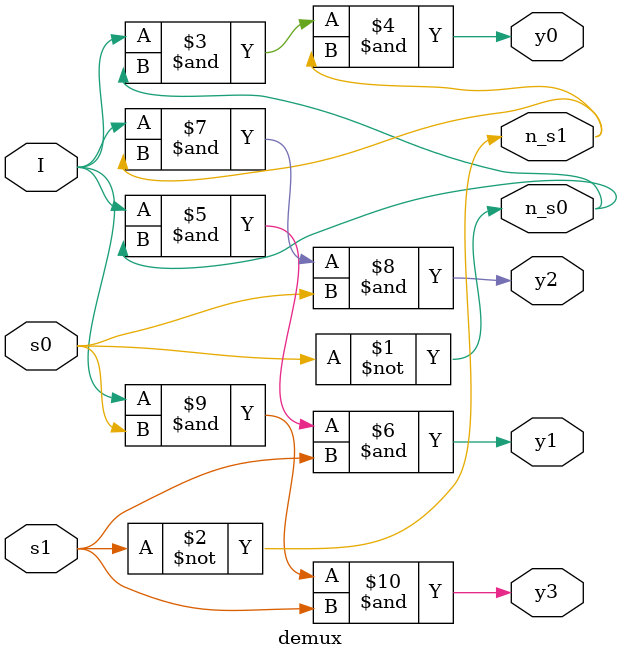
<source format=v>
`timescale 1ns / 1ps


module demux(I,y0,y1,y2,y3,s0,s1,n_s0,n_s1);

input I,s0,s1;
output y0,y1,y2,y3,n_s0,n_s1;

assign n_s0 = ~s0;
assign n_s1 = ~s1;
assign y0 = I & n_s0 & n_s1;
assign y1 = I & n_s0 & s1;
assign y2 = I & n_s1 & s0;
assign y3 = I & s0 & s1;

endmodule

</source>
